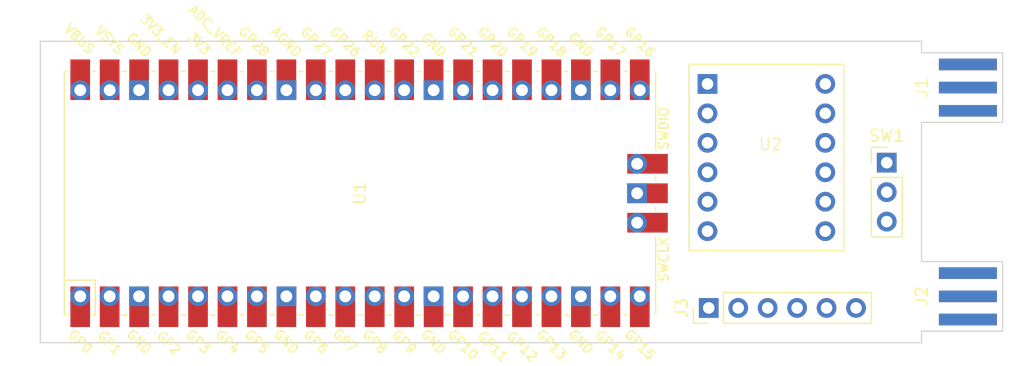
<source format=kicad_pcb>
(kicad_pcb (version 20221018) (generator pcbnew)
  (layers (0 "F.Cu" signal) (31 "B.Cu" signal) (34 "B.Paste" user) (35 "F.Paste" user) (36 "B.SilkS" user "B.Silkscreen") (37 "F.SilkS" user "F.Silkscreen") (38 "B.Mask" user) (39 "F.Mask" user) (44 "Edge.Cuts" user))
  (net 0 "")
  (net 1 "/GBVCC")
  (net 2 "/SO")
  (net 3 "/SI")
  (net 4 "/SD")
  (net 5 "/SC")
  (net 6 "GND1")
  (net 7 "+3.3V")
  (net 8 "VCCLOGIC")
  (net 9 "+5V")
  (net 10 "/PSC")
  (net 11 "/PSI")
  (net 12 "GND")
  (net 13 "/PSO")
  (net 14 "/PSD")
  (footprint "gb-link-socket:gb-link-socket" (layer "F.Cu") (at 163 113 -90)
    (fp_text reference "J2" (at 0 4 90) (layer "F.SilkS"))
    (fp_text value "GB_Link")
    (pad "1" connect rect (at -2 0 270) (size 1 5) (layers "B.Cu" "B.Mask") (net 1 "/GBVCC"))
    (pad "2" connect rect (at -2 0 270) (size 1 5) (layers "F.Cu" "F.Mask") (net 2 "/SO"))
    (pad "3" connect rect (at 0 0 270) (size 1 5) (layers "B.Cu" "B.Mask") (net 3 "/SI"))
    (pad "4" connect rect (at 0 0 270) (size 1 5) (layers "F.Cu" "F.Mask") (net 4 "/SD"))
    (pad "5" connect rect (at 2 0 270) (size 1 5) (layers "B.Cu" "B.Mask") (net 5 "/SC"))
    (pad "6" connect rect (at 2 0 270) (size 1 5) (layers "F.Cu" "F.Mask") (net 6 "GND1"))
  )
  (footprint "gb-link-socket:gb-link-socket" (layer "F.Cu") (at 163 95 -90)
    (fp_text reference "J1" (at 0 4 90) (layer "F.SilkS"))
    (fp_text value "GBA_Link")
    (pad "1" connect rect (at -2 0 270) (size 1 5) (layers "B.Cu" "B.Mask") (net 1 "/GBVCC"))
    (pad "2" connect rect (at -2 0 270) (size 1 5) (layers "F.Cu" "F.Mask") (net 2 "/SO"))
    (pad "3" connect rect (at 0 0 270) (size 1 5) (layers "B.Cu" "B.Mask") (net 3 "/SI"))
    (pad "4" connect rect (at 0 0 270) (size 1 5) (layers "F.Cu" "F.Mask") (net 4 "/SD"))
    (pad "5" connect rect (at 2 0 270) (size 1 5) (layers "B.Cu" "B.Mask") (net 5 "/SC"))
    (pad "6" connect rect (at 2 0 270) (size 1 5) (layers "F.Cu" "F.Mask") (net 6 "GND1"))
  )
  (footprint "BOB-12009:BOB-12009" (layer "F.Cu") (at 146 101)
    (fp_text reference "U2" (at -0.03 -1.096064 unlocked) (layer "F.SilkS") (effects (font (thickness 0.1))))
    (fp_text value "BOB-12009")
    (fp_line (start -7.045 -7.995) (end 6.285 -7.995) (stroke (width 0.127)) (layer "F.SilkS"))
    (fp_line (start -7.045 8.055) (end -7.045 -7.995) (stroke (width 0.127)) (layer "F.SilkS"))
    (fp_line (start 6.285 -7.995) (end 6.285 8.055) (stroke (width 0.127)) (layer "F.SilkS"))
    (fp_line (start 6.285 8.055) (end -7.045 8.055) (stroke (width 0.127)) (layer "F.SilkS"))
    (pad "1" thru_hole rect (at -5.46 -6.32) (size 1.7 1.7) (drill 1) (layers "*.Cu" "*.Mask") (net 10 "/PSC"))
    (pad "2" thru_hole circle (at -5.46 -3.78) (size 1.7 1.7) (drill 1) (layers "*.Cu" "*.Mask") (net 11 "/PSI"))
    (pad "3" thru_hole circle (at -5.46 -1.24) (size 1.7 1.7) (drill 1) (layers "*.Cu" "*.Mask") (net 7 "+3.3V"))
    (pad "4" thru_hole circle (at -5.46 1.3) (size 1.7 1.7) (drill 1) (layers "*.Cu" "*.Mask") (net 12 "GND"))
    (pad "5" thru_hole circle (at -5.46 3.84) (size 1.7 1.7) (drill 1) (layers "*.Cu" "*.Mask") (net 13 "/PSO"))
    (pad "6" thru_hole circle (at -5.46 6.38) (size 1.7 1.7) (drill 1) (layers "*.Cu" "*.Mask") (net 14 "/PSD"))
    (pad "7" thru_hole circle (at 4.7 -6.32) (size 1.7 1.7) (drill 1) (layers "*.Cu" "*.Mask") (net 5 "/SC"))
    (pad "8" thru_hole circle (at 4.7 -3.78) (size 1.7 1.7) (drill 1) (layers "*.Cu" "*.Mask") (net 3 "/SI"))
    (pad "9" thru_hole circle (at 4.7 -1.24) (size 1.7 1.7) (drill 1) (layers "*.Cu" "*.Mask") (net 8 "VCCLOGIC"))
    (pad "10" thru_hole circle (at 4.7 1.3) (size 1.7 1.7) (drill 1) (layers "*.Cu" "*.Mask") (net 6 "GND1"))
    (pad "11" thru_hole circle (at 4.7 3.84) (size 1.7 1.7) (drill 1) (layers "*.Cu" "*.Mask") (net 2 "/SO"))
    (pad "12" thru_hole circle (at 4.7 6.38) (size 1.7 1.7) (drill 1) (layers "*.Cu" "*.Mask") (net 4 "/SD"))
  )
  (footprint "MCU_RaspberryPi_and_Boards:RPi_Pico_SMD_TH" (layer "F.Cu") (at 110.57 104.11 90)
    (fp_text reference "U1" (at 0 0 90) (layer "F.SilkS"))
    (fp_text value "Pico")
    (fp_text user "GP27" (at 13.054 -3.8 135) (layer "F.SilkS") (effects (font (size 0.8 0.8))))
    (fp_text user "GP21" (at 13.054 8.9 135) (layer "F.SilkS") (effects (font (size 0.8 0.8))))
    (fp_text user "GP3" (at -12.8 -13.97 135) (layer "F.SilkS") (effects (font (size 0.8 0.8))))
    (fp_text user "GP12" (at -13.2 13.97 135) (layer "F.SilkS") (effects (font (size 0.8 0.8))))
    (fp_text user "ADC_VREF" (at 14 -12.5 135) (layer "F.SilkS") (effects (font (size 0.8 0.8))))
    (fp_text user "GP5" (at -12.8 -8.89 135) (layer "F.SilkS") (effects (font (size 0.8 0.8))))
    (fp_text user "SWDIO" (at 5.6 26.2 90) (layer "F.SilkS") (effects (font (size 0.8 0.8))))
    (fp_text user "GND" (at 12.8 19.05 135) (layer "F.SilkS") (effects (font (size 0.8 0.8))))
    (fp_text user "GP13" (at -13.054 16.51 135) (layer "F.SilkS") (effects (font (size 0.8 0.8))))
    (fp_text user "GP2" (at -12.9 -16.51 135) (layer "F.SilkS") (effects (font (size 0.8 0.8))))
    (fp_text user "GP22" (at 13.054 3.81 135) (layer "F.SilkS") (effects (font (size 0.8 0.8))))
    (fp_text user "GP8" (at -12.8 1.27 135) (layer "F.SilkS") (effects (font (size 0.8 0.8))))
    (fp_text user "3V3_EN" (at 13.7 -17.2 135) (layer "F.SilkS") (effects (font (size 0.8 0.8))))
    (fp_text user "3V3" (at 12.9 -13.9 135) (layer "F.SilkS") (effects (font (size 0.8 0.8))))
    (fp_text user "GP1" (at -12.9 -21.6 135) (layer "F.SilkS") (effects (font (size 0.8 0.8))))
    (fp_text user "GP26" (at 13.054 -1.27 135) (layer "F.SilkS") (effects (font (size 0.8 0.8))))
    (fp_text user "VSYS" (at 13.2 -21.59 135) (layer "F.SilkS") (effects (font (size 0.8 0.8))))
    (fp_text user "AGND" (at 13.054 -6.35 135) (layer "F.SilkS") (effects (font (size 0.8 0.8))))
    (fp_text user "GP18" (at 13.054 16.51 135) (layer "F.SilkS") (effects (font (size 0.8 0.8))))
    (fp_text user "GP17" (at 13.054 21.59 135) (layer "F.SilkS") (effects (font (size 0.8 0.8))))
    (fp_text user "GP20" (at 13.054 11.43 135) (layer "F.SilkS") (effects (font (size 0.8 0.8))))
    (fp_text user "GP16" (at 13.054 24.13 135) (layer "F.SilkS") (effects (font (size 0.8 0.8))))
    (fp_text user "GND" (at -12.8 6.35 135) (layer "F.SilkS") (effects (font (size 0.8 0.8))))
    (fp_text user "VBUS" (at 13.3 -24.2 135) (layer "F.SilkS") (effects (font (size 0.8 0.8))))
    (fp_text user "SWCLK" (at -5.7 26.2 90) (layer "F.SilkS") (effects (font (size 0.8 0.8))))
    (fp_text user "GP14" (at -13.1 21.59 135) (layer "F.SilkS") (effects (font (size 0.8 0.8))))
    (fp_text user "GP15" (at -13.054 24.13 135) (layer "F.SilkS") (effects (font (size 0.8 0.8))))
    (fp_text user "GP4" (at -12.8 -11.43 135) (layer "F.SilkS") (effects (font (size 0.8 0.8))))
    (fp_text user "GP10" (at -13.054 8.89 135) (layer "F.SilkS") (effects (font (size 0.8 0.8))))
    (fp_text user "GP19" (at 13.054 13.97 135) (layer "F.SilkS") (effects (font (size 0.8 0.8))))
    (fp_text user "GP7" (at -12.7 -1.3 135) (layer "F.SilkS") (effects (font (size 0.8 0.8))))
    (fp_text user "RUN" (at 13 1.27 135) (layer "F.SilkS") (effects (font (size 0.8 0.8))))
    (fp_text user "GND" (at -12.8 -19.05 135) (layer "F.SilkS") (effects (font (size 0.8 0.8))))
    (fp_text user "GP11" (at -13.2 11.43 135) (layer "F.SilkS") (effects (font (size 0.8 0.8))))
    (fp_text user "GND" (at -12.8 19.05 135) (layer "F.SilkS") (effects (font (size 0.8 0.8))))
    (fp_text user "GND" (at 12.8 6.35 135) (layer "F.SilkS") (effects (font (size 0.8 0.8))))
    (fp_text user "GP6" (at -12.8 -3.81 135) (layer "F.SilkS") (effects (font (size 0.8 0.8))))
    (fp_text user "GP0" (at -12.8 -24.13 135) (layer "F.SilkS") (effects (font (size 0.8 0.8))))
    (fp_text user "GP9" (at -12.8 3.81 135) (layer "F.SilkS") (effects (font (size 0.8 0.8))))
    (fp_text user "GP28" (at 13.054 -9.144 135) (layer "F.SilkS") (effects (font (size 0.8 0.8))))
    (fp_text user "GND" (at 12.8 -19.05 135) (layer "F.SilkS") (effects (font (size 0.8 0.8))))
    (fp_text user "GND" (at -12.8 -6.35 135) (layer "F.SilkS") (effects (font (size 0.8 0.8))))
    (fp_line (start -10.5 -25.5) (end -10.5 -25.2) (stroke (width 0.12)) (layer "F.SilkS"))
    (fp_line (start -10.5 -25.5) (end 10.5 -25.5) (stroke (width 0.12)) (layer "F.SilkS"))
    (fp_line (start -10.5 -23.1) (end -10.5 -22.7) (stroke (width 0.12)) (layer "F.SilkS"))
    (fp_line (start -10.5 -22.833) (end -7.493 -22.833) (stroke (width 0.12)) (layer "F.SilkS"))
    (fp_line (start -10.5 -20.5) (end -10.5 -20.1) (stroke (width 0.12)) (layer "F.SilkS"))
    (fp_line (start -10.5 -18) (end -10.5 -17.6) (stroke (width 0.12)) (layer "F.SilkS"))
    (fp_line (start -10.5 -15.4) (end -10.5 -15) (stroke (width 0.12)) (layer "F.SilkS"))
    (fp_line (start -10.5 -12.9) (end -10.5 -12.5) (stroke (width 0.12)) (layer "F.SilkS"))
    (fp_line (start -10.5 -10.4) (end -10.5 -10) (stroke (width 0.12)) (layer "F.SilkS"))
    (fp_line (start -10.5 -7.8) (end -10.5 -7.4) (stroke (width 0.12)) (layer "F.SilkS"))
    (fp_line (start -10.5 -5.3) (end -10.5 -4.9) (stroke (width 0.12)) (layer "F.SilkS"))
    (fp_line (start -10.5 -2.7) (end -10.5 -2.3) (stroke (width 0.12)) (layer "F.SilkS"))
    (fp_line (start -10.5 -0.2) (end -10.5 0.2) (stroke (width 0.12)) (layer "F.SilkS"))
    (fp_line (start -10.5 2.3) (end -10.5 2.7) (stroke (width 0.12)) (layer "F.SilkS"))
    (fp_line (start -10.5 4.9) (end -10.5 5.3) (stroke (width 0.12)) (layer "F.SilkS"))
    (fp_line (start -10.5 7.4) (end -10.5 7.8) (stroke (width 0.12)) (layer "F.SilkS"))
    (fp_line (start -10.5 10) (end -10.5 10.4) (stroke (width 0.12)) (layer "F.SilkS"))
    (fp_line (start -10.5 12.5) (end -10.5 12.9) (stroke (width 0.12)) (layer "F.SilkS"))
    (fp_line (start -10.5 15.1) (end -10.5 15.5) (stroke (width 0.12)) (layer "F.SilkS"))
    (fp_line (start -10.5 17.6) (end -10.5 18) (stroke (width 0.12)) (layer "F.SilkS"))
    (fp_line (start -10.5 20.1) (end -10.5 20.5) (stroke (width 0.12)) (layer "F.SilkS"))
    (fp_line (start -10.5 22.7) (end -10.5 23.1) (stroke (width 0.12)) (layer "F.SilkS"))
    (fp_line (start -7.493 -22.833) (end -7.493 -25.5) (stroke (width 0.12)) (layer "F.SilkS"))
    (fp_line (start -3.7 25.5) (end -10.5 25.5) (stroke (width 0.12)) (layer "F.SilkS"))
    (fp_line (start -1.5 25.5) (end -1.1 25.5) (stroke (width 0.12)) (layer "F.SilkS"))
    (fp_line (start 1.1 25.5) (end 1.5 25.5) (stroke (width 0.12)) (layer "F.SilkS"))
    (fp_line (start 10.5 -25.5) (end 10.5 -25.2) (stroke (width 0.12)) (layer "F.SilkS"))
    (fp_line (start 10.5 -23.1) (end 10.5 -22.7) (stroke (width 0.12)) (layer "F.SilkS"))
    (fp_line (start 10.5 -20.5) (end 10.5 -20.1) (stroke (width 0.12)) (layer "F.SilkS"))
    (fp_line (start 10.5 -18) (end 10.5 -17.6) (stroke (width 0.12)) (layer "F.SilkS"))
    (fp_line (start 10.5 -15.4) (end 10.5 -15) (stroke (width 0.12)) (layer "F.SilkS"))
    (fp_line (start 10.5 -12.9) (end 10.5 -12.5) (stroke (width 0.12)) (layer "F.SilkS"))
    (fp_line (start 10.5 -10.4) (end 10.5 -10) (stroke (width 0.12)) (layer "F.SilkS"))
    (fp_line (start 10.5 -7.8) (end 10.5 -7.4) (stroke (width 0.12)) (layer "F.SilkS"))
    (fp_line (start 10.5 -5.3) (end 10.5 -4.9) (stroke (width 0.12)) (layer "F.SilkS"))
    (fp_line (start 10.5 -2.7) (end 10.5 -2.3) (stroke (width 0.12)) (layer "F.SilkS"))
    (fp_line (start 10.5 -0.2) (end 10.5 0.2) (stroke (width 0.12)) (layer "F.SilkS"))
    (fp_line (start 10.5 2.3) (end 10.5 2.7) (stroke (width 0.12)) (layer "F.SilkS"))
    (fp_line (start 10.5 4.9) (end 10.5 5.3) (stroke (width 0.12)) (layer "F.SilkS"))
    (fp_line (start 10.5 7.4) (end 10.5 7.8) (stroke (width 0.12)) (layer "F.SilkS"))
    (fp_line (start 10.5 10) (end 10.5 10.4) (stroke (width 0.12)) (layer "F.SilkS"))
    (fp_line (start 10.5 12.5) (end 10.5 12.9) (stroke (width 0.12)) (layer "F.SilkS"))
    (fp_line (start 10.5 15.1) (end 10.5 15.5) (stroke (width 0.12)) (layer "F.SilkS"))
    (fp_line (start 10.5 17.6) (end 10.5 18) (stroke (width 0.12)) (layer "F.SilkS"))
    (fp_line (start 10.5 20.1) (end 10.5 20.5) (stroke (width 0.12)) (layer "F.SilkS"))
    (fp_line (start 10.5 22.7) (end 10.5 23.1) (stroke (width 0.12)) (layer "F.SilkS"))
    (fp_line (start 10.5 25.5) (end 3.7 25.5) (stroke (width 0.12)) (layer "F.SilkS"))
    (pad "" np_thru_hole oval (at -2.725 -24 90) (size 1.8 1.8) (drill 1.8) (layers "*.Cu" "*.Mask"))
    (pad "" np_thru_hole oval (at -2.425 -20.97 90) (size 1.5 1.5) (drill 1.5) (layers "*.Cu" "*.Mask"))
    (pad "" np_thru_hole oval (at 2.425 -20.97 90) (size 1.5 1.5) (drill 1.5) (layers "*.Cu" "*.Mask"))
    (pad "" np_thru_hole oval (at 2.725 -24 90) (size 1.8 1.8) (drill 1.8) (layers "*.Cu" "*.Mask"))
    (pad "1" thru_hole oval (at -8.89 -24.13 90) (size 1.7 1.7) (drill 1.02) (layers "*.Cu" "*.Mask") (net 10 "/PSC"))
    (pad "1" smd rect (at -8.89 -24.13 90) (size 3.5 1.7) (drill (offset -0.9 0)) (layers "F.Cu" "F.Mask") (net 10 "/PSC"))
    (pad "2" thru_hole oval (at -8.89 -21.59 90) (size 1.7 1.7) (drill 1.02) (layers "*.Cu" "*.Mask") (net 11 "/PSI"))
    (pad "2" smd rect (at -8.89 -21.59 90) (size 3.5 1.7) (drill (offset -0.9 0)) (layers "F.Cu" "F.Mask") (net 11 "/PSI"))
    (pad "3" thru_hole rect (at -8.89 -19.05 90) (size 1.7 1.7) (drill 1.02) (layers "*.Cu" "*.Mask") (net 12 "GND"))
    (pad "3" smd rect (at -8.89 -19.05 90) (size 3.5 1.7) (drill (offset -0.9 0)) (layers "F.Cu" "F.Mask") (net 12 "GND"))
    (pad "4" thru_hole oval (at -8.89 -16.51 90) (size 1.7 1.7) (drill 1.02) (layers "*.Cu" "*.Mask") (net 13 "/PSO"))
    (pad "4" smd rect (at -8.89 -16.51 90) (size 3.5 1.7) (drill (offset -0.9 0)) (layers "F.Cu" "F.Mask") (net 13 "/PSO"))
    (pad "5" thru_hole oval (at -8.89 -13.97 90) (size 1.7 1.7) (drill 1.02) (layers "*.Cu" "*.Mask") (net 14 "/PSD"))
    (pad "5" smd rect (at -8.89 -13.97 90) (size 3.5 1.7) (drill (offset -0.9 0)) (layers "F.Cu" "F.Mask") (net 14 "/PSD"))
    (pad "6" thru_hole oval (at -8.89 -11.43 90) (size 1.7 1.7) (drill 1.02) (layers "*.Cu" "*.Mask"))
    (pad "6" smd rect (at -8.89 -11.43 90) (size 3.5 1.7) (drill (offset -0.9 0)) (layers "F.Cu" "F.Mask"))
    (pad "7" thru_hole oval (at -8.89 -8.89 90) (size 1.7 1.7) (drill 1.02) (layers "*.Cu" "*.Mask"))
    (pad "7" smd rect (at -8.89 -8.89 90) (size 3.5 1.7) (drill (offset -0.9 0)) (layers "F.Cu" "F.Mask"))
    (pad "8" thru_hole rect (at -8.89 -6.35 90) (size 1.7 1.7) (drill 1.02) (layers "*.Cu" "*.Mask") (net 12 "GND"))
    (pad "8" smd rect (at -8.89 -6.35 90) (size 3.5 1.7) (drill (offset -0.9 0)) (layers "F.Cu" "F.Mask") (net 12 "GND"))
    (pad "9" thru_hole oval (at -8.89 -3.81 90) (size 1.7 1.7) (drill 1.02) (layers "*.Cu" "*.Mask"))
    (pad "9" smd rect (at -8.89 -3.81 90) (size 3.5 1.7) (drill (offset -0.9 0)) (layers "F.Cu" "F.Mask"))
    (pad "10" thru_hole oval (at -8.89 -1.27 90) (size 1.7 1.7) (drill 1.02) (layers "*.Cu" "*.Mask"))
    (pad "10" smd rect (at -8.89 -1.27 90) (size 3.5 1.7) (drill (offset -0.9 0)) (layers "F.Cu" "F.Mask"))
    (pad "11" thru_hole oval (at -8.89 1.27 90) (size 1.7 1.7) (drill 1.02) (layers "*.Cu" "*.Mask"))
    (pad "11" smd rect (at -8.89 1.27 90) (size 3.5 1.7) (drill (offset -0.9 0)) (layers "F.Cu" "F.Mask"))
    (pad "12" thru_hole oval (at -8.89 3.81 90) (size 1.7 1.7) (drill 1.02) (layers "*.Cu" "*.Mask"))
    (pad "12" smd rect (at -8.89 3.81 90) (size 3.5 1.7) (drill (offset -0.9 0)) (layers "F.Cu" "F.Mask"))
    (pad "13" thru_hole rect (at -8.89 6.35 90) (size 1.7 1.7) (drill 1.02) (layers "*.Cu" "*.Mask") (net 12 "GND"))
    (pad "13" smd rect (at -8.89 6.35 90) (size 3.5 1.7) (drill (offset -0.9 0)) (layers "F.Cu" "F.Mask") (net 12 "GND"))
    (pad "14" thru_hole oval (at -8.89 8.89 90) (size 1.7 1.7) (drill 1.02) (layers "*.Cu" "*.Mask"))
    (pad "14" smd rect (at -8.89 8.89 90) (size 3.5 1.7) (drill (offset -0.9 0)) (layers "F.Cu" "F.Mask"))
    (pad "15" thru_hole oval (at -8.89 11.43 90) (size 1.7 1.7) (drill 1.02) (layers "*.Cu" "*.Mask"))
    (pad "15" smd rect (at -8.89 11.43 90) (size 3.5 1.7) (drill (offset -0.9 0)) (layers "F.Cu" "F.Mask"))
    (pad "16" thru_hole oval (at -8.89 13.97 90) (size 1.7 1.7) (drill 1.02) (layers "*.Cu" "*.Mask"))
    (pad "16" smd rect (at -8.89 13.97 90) (size 3.5 1.7) (drill (offset -0.9 0)) (layers "F.Cu" "F.Mask"))
    (pad "17" thru_hole oval (at -8.89 16.51 90) (size 1.7 1.7) (drill 1.02) (layers "*.Cu" "*.Mask"))
    (pad "17" smd rect (at -8.89 16.51 90) (size 3.5 1.7) (drill (offset -0.9 0)) (layers "F.Cu" "F.Mask"))
    (pad "18" thru_hole rect (at -8.89 19.05 90) (size 1.7 1.7) (drill 1.02) (layers "*.Cu" "*.Mask") (net 12 "GND"))
    (pad "18" smd rect (at -8.89 19.05 90) (size 3.5 1.7) (drill (offset -0.9 0)) (layers "F.Cu" "F.Mask") (net 12 "GND"))
    (pad "19" thru_hole oval (at -8.89 21.59 90) (size 1.7 1.7) (drill 1.02) (layers "*.Cu" "*.Mask"))
    (pad "19" smd rect (at -8.89 21.59 90) (size 3.5 1.7) (drill (offset -0.9 0)) (layers "F.Cu" "F.Mask"))
    (pad "20" thru_hole oval (at -8.89 24.13 90) (size 1.7 1.7) (drill 1.02) (layers "*.Cu" "*.Mask"))
    (pad "20" smd rect (at -8.89 24.13 90) (size 3.5 1.7) (drill (offset -0.9 0)) (layers "F.Cu" "F.Mask"))
    (pad "21" thru_hole oval (at 8.89 24.13 90) (size 1.7 1.7) (drill 1.02) (layers "*.Cu" "*.Mask"))
    (pad "21" smd rect (at 8.89 24.13 90) (size 3.5 1.7) (drill (offset 0.9 0)) (layers "F.Cu" "F.Mask"))
    (pad "22" thru_hole oval (at 8.89 21.59 90) (size 1.7 1.7) (drill 1.02) (layers "*.Cu" "*.Mask"))
    (pad "22" smd rect (at 8.89 21.59 90) (size 3.5 1.7) (drill (offset 0.9 0)) (layers "F.Cu" "F.Mask"))
    (pad "23" thru_hole rect (at 8.89 19.05 90) (size 1.7 1.7) (drill 1.02) (layers "*.Cu" "*.Mask") (net 12 "GND"))
    (pad "23" smd rect (at 8.89 19.05 90) (size 3.5 1.7) (drill (offset 0.9 0)) (layers "F.Cu" "F.Mask") (net 12 "GND"))
    (pad "24" thru_hole oval (at 8.89 16.51 90) (size 1.7 1.7) (drill 1.02) (layers "*.Cu" "*.Mask"))
    (pad "24" smd rect (at 8.89 16.51 90) (size 3.5 1.7) (drill (offset 0.9 0)) (layers "F.Cu" "F.Mask"))
    (pad "25" thru_hole oval (at 8.89 13.97 90) (size 1.7 1.7) (drill 1.02) (layers "*.Cu" "*.Mask"))
    (pad "25" smd rect (at 8.89 13.97 90) (size 3.5 1.7) (drill (offset 0.9 0)) (layers "F.Cu" "F.Mask"))
    (pad "26" thru_hole oval (at 8.89 11.43 90) (size 1.7 1.7) (drill 1.02) (layers "*.Cu" "*.Mask"))
    (pad "26" smd rect (at 8.89 11.43 90) (size 3.5 1.7) (drill (offset 0.9 0)) (layers "F.Cu" "F.Mask"))
    (pad "27" thru_hole oval (at 8.89 8.89 90) (size 1.7 1.7) (drill 1.02) (layers "*.Cu" "*.Mask"))
    (pad "27" smd rect (at 8.89 8.89 90) (size 3.5 1.7) (drill (offset 0.9 0)) (layers "F.Cu" "F.Mask"))
    (pad "28" thru_hole rect (at 8.89 6.35 90) (size 1.7 1.7) (drill 1.02) (layers "*.Cu" "*.Mask") (net 12 "GND"))
    (pad "28" smd rect (at 8.89 6.35 90) (size 3.5 1.7) (drill (offset 0.9 0)) (layers "F.Cu" "F.Mask") (net 12 "GND"))
    (pad "29" thru_hole oval (at 8.89 3.81 90) (size 1.7 1.7) (drill 1.02) (layers "*.Cu" "*.Mask"))
    (pad "29" smd rect (at 8.89 3.81 90) (size 3.5 1.7) (drill (offset 0.9 0)) (layers "F.Cu" "F.Mask"))
    (pad "30" thru_hole oval (at 8.89 1.27 90) (size 1.7 1.7) (drill 1.02) (layers "*.Cu" "*.Mask"))
    (pad "30" smd rect (at 8.89 1.27 90) (size 3.5 1.7) (drill (offset 0.9 0)) (layers "F.Cu" "F.Mask"))
    (pad "31" thru_hole oval (at 8.89 -1.27 90) (size 1.7 1.7) (drill 1.02) (layers "*.Cu" "*.Mask"))
    (pad "31" smd rect (at 8.89 -1.27 90) (size 3.5 1.7) (drill (offset 0.9 0)) (layers "F.Cu" "F.Mask"))
    (pad "32" thru_hole oval (at 8.89 -3.81 90) (size 1.7 1.7) (drill 1.02) (layers "*.Cu" "*.Mask"))
    (pad "32" smd rect (at 8.89 -3.81 90) (size 3.5 1.7) (drill (offset 0.9 0)) (layers "F.Cu" "F.Mask"))
    (pad "33" thru_hole rect (at 8.89 -6.35 90) (size 1.7 1.7) (drill 1.02) (layers "*.Cu" "*.Mask") (net 12 "GND"))
    (pad "33" smd rect (at 8.89 -6.35 90) (size 3.5 1.7) (drill (offset 0.9 0)) (layers "F.Cu" "F.Mask") (net 12 "GND"))
    (pad "34" thru_hole oval (at 8.89 -8.89 90) (size 1.7 1.7) (drill 1.02) (layers "*.Cu" "*.Mask"))
    (pad "34" smd rect (at 8.89 -8.89 90) (size 3.5 1.7) (drill (offset 0.9 0)) (layers "F.Cu" "F.Mask"))
    (pad "35" thru_hole oval (at 8.89 -11.43 90) (size 1.7 1.7) (drill 1.02) (layers "*.Cu" "*.Mask"))
    (pad "35" smd rect (at 8.89 -11.43 90) (size 3.5 1.7) (drill (offset 0.9 0)) (layers "F.Cu" "F.Mask"))
    (pad "36" thru_hole oval (at 8.89 -13.97 90) (size 1.7 1.7) (drill 1.02) (layers "*.Cu" "*.Mask") (net 7 "+3.3V"))
    (pad "36" smd rect (at 8.89 -13.97 90) (size 3.5 1.7) (drill (offset 0.9 0)) (layers "F.Cu" "F.Mask") (net 7 "+3.3V"))
    (pad "37" thru_hole oval (at 8.89 -16.51 90) (size 1.7 1.7) (drill 1.02) (layers "*.Cu" "*.Mask"))
    (pad "37" smd rect (at 8.89 -16.51 90) (size 3.5 1.7) (drill (offset 0.9 0)) (layers "F.Cu" "F.Mask"))
    (pad "38" thru_hole rect (at 8.89 -19.05 90) (size 1.7 1.7) (drill 1.02) (layers "*.Cu" "*.Mask") (net 12 "GND"))
    (pad "38" smd rect (at 8.89 -19.05 90) (size 3.5 1.7) (drill (offset 0.9 0)) (layers "F.Cu" "F.Mask") (net 12 "GND"))
    (pad "39" thru_hole oval (at 8.89 -21.59 90) (size 1.7 1.7) (drill 1.02) (layers "*.Cu" "*.Mask"))
    (pad "39" smd rect (at 8.89 -21.59 90) (size 3.5 1.7) (drill (offset 0.9 0)) (layers "F.Cu" "F.Mask"))
    (pad "40" thru_hole oval (at 8.89 -24.13 90) (size 1.7 1.7) (drill 1.02) (layers "*.Cu" "*.Mask") (net 9 "+5V"))
    (pad "40" smd rect (at 8.89 -24.13 90) (size 3.5 1.7) (drill (offset 0.9 0)) (layers "F.Cu" "F.Mask") (net 9 "+5V"))
    (pad "41" thru_hole oval (at -2.54 23.9 90) (size 1.7 1.7) (drill 1.02) (layers "*.Cu" "*.Mask"))
    (pad "41" smd rect (at -2.54 23.9 180) (size 3.5 1.7) (drill (offset -0.9 0)) (layers "F.Cu" "F.Mask"))
    (pad "42" thru_hole rect (at 0 23.9 90) (size 1.7 1.7) (drill 1.02) (layers "*.Cu" "*.Mask"))
    (pad "42" smd rect (at 0 23.9 180) (size 3.5 1.7) (drill (offset -0.9 0)) (layers "F.Cu" "F.Mask"))
    (pad "43" thru_hole oval (at 2.54 23.9 90) (size 1.7 1.7) (drill 1.02) (layers "*.Cu" "*.Mask"))
    (pad "43" smd rect (at 2.54 23.9 180) (size 3.5 1.7) (drill (offset -0.9 0)) (layers "F.Cu" "F.Mask"))
  )
  (footprint "Connector_PinHeader_2.54mm:PinHeader_1x03_P2.54mm_Vertical" (layer "F.Cu") (at 156 101.475)
    (fp_text reference "SW1" (at 0 -2.33) (layer "F.SilkS"))
    (fp_text value "SW_SPDT")
    (fp_line (start -1.33 -1.33) (end 0 -1.33) (stroke (width 0.12)) (layer "F.SilkS"))
    (fp_line (start -1.33 0) (end -1.33 -1.33) (stroke (width 0.12)) (layer "F.SilkS"))
    (fp_line (start -1.33 1.27) (end -1.33 6.41) (stroke (width 0.12)) (layer "F.SilkS"))
    (fp_line (start -1.33 1.27) (end 1.33 1.27) (stroke (width 0.12)) (layer "F.SilkS"))
    (fp_line (start -1.33 6.41) (end 1.33 6.41) (stroke (width 0.12)) (layer "F.SilkS"))
    (fp_line (start 1.33 1.27) (end 1.33 6.41) (stroke (width 0.12)) (layer "F.SilkS"))
    (pad "1" thru_hole rect (at 0 0) (size 1.7 1.7) (drill 1) (layers "*.Cu" "*.Mask") (net 7 "+3.3V"))
    (pad "2" thru_hole oval (at 0 2.54) (size 1.7 1.7) (drill 1) (layers "*.Cu" "*.Mask") (net 8 "VCCLOGIC"))
    (pad "3" thru_hole oval (at 0 5.08) (size 1.7 1.7) (drill 1) (layers "*.Cu" "*.Mask") (net 9 "+5V"))
  )
  (footprint "Connector_PinHeader_2.54mm:PinHeader_1x06_P2.54mm_Vertical" (layer "F.Cu") (at 140.65 114 90)
    (fp_text reference "J3" (at 0 -2.33 90) (layer "F.SilkS"))
    (fp_text value "Breakout")
    (fp_line (start -1.33 -1.33) (end 0 -1.33) (stroke (width 0.12)) (layer "F.SilkS"))
    (fp_line (start -1.33 0) (end -1.33 -1.33) (stroke (width 0.12)) (layer "F.SilkS"))
    (fp_line (start -1.33 1.27) (end -1.33 14.03) (stroke (width 0.12)) (layer "F.SilkS"))
    (fp_line (start -1.33 1.27) (end 1.33 1.27) (stroke (width 0.12)) (layer "F.SilkS"))
    (fp_line (start -1.33 14.03) (end 1.33 14.03) (stroke (width 0.12)) (layer "F.SilkS"))
    (fp_line (start 1.33 1.27) (end 1.33 14.03) (stroke (width 0.12)) (layer "F.SilkS"))
    (pad "1" thru_hole rect (at 0 0 90) (size 1.7 1.7) (drill 1) (layers "*.Cu" "*.Mask") (net 1 "/GBVCC"))
    (pad "2" thru_hole oval (at 0 2.54 90) (size 1.7 1.7) (drill 1) (layers "*.Cu" "*.Mask") (net 2 "/SO"))
    (pad "3" thru_hole oval (at 0 5.08 90) (size 1.7 1.7) (drill 1) (layers "*.Cu" "*.Mask") (net 3 "/SI"))
    (pad "4" thru_hole oval (at 0 7.62 90) (size 1.7 1.7) (drill 1) (layers "*.Cu" "*.Mask") (net 4 "/SD"))
    (pad "5" thru_hole oval (at 0 10.16 90) (size 1.7 1.7) (drill 1) (layers "*.Cu" "*.Mask") (net 5 "/SC"))
    (pad "6" thru_hole oval (at 0 12.7 90) (size 1.7 1.7) (drill 1) (layers "*.Cu" "*.Mask") (net 6 "GND1"))
  )
  (gr_line (start 166 98) (end 166 92) (stroke (width 0.1)) (layer "Edge.Cuts"))
  (gr_line (start 159 91) (end 83 91) (stroke (width 0.1)) (layer "Edge.Cuts"))
  (gr_line (start 166 110) (end 159 110) (stroke (width 0.1)) (layer "Edge.Cuts"))
  (gr_line (start 166 116) (end 166 110) (stroke (width 0.1)) (layer "Edge.Cuts"))
  (gr_line (start 159 92) (end 166 92) (stroke (width 0.1)) (layer "Edge.Cuts"))
  (gr_line (start 83 117) (end 159 117) (stroke (width 0.1)) (layer "Edge.Cuts"))
  (gr_line (start 159 92) (end 159 91) (stroke (width 0.1)) (layer "Edge.Cuts"))
  (gr_line (start 159 98) (end 159 110) (stroke (width 0.1)) (layer "Edge.Cuts"))
  (gr_line (start 83 91) (end 83 117) (stroke (width 0.1)) (layer "Edge.Cuts"))
  (gr_line (start 159 117) (end 159 116) (stroke (width 0.1)) (layer "Edge.Cuts"))
  (gr_line (start 159 116) (end 166 116) (stroke (width 0.1)) (layer "Edge.Cuts"))
  (gr_line (start 159 98) (end 166 98) (stroke (width 0.1)) (layer "Edge.Cuts"))
)
</source>
